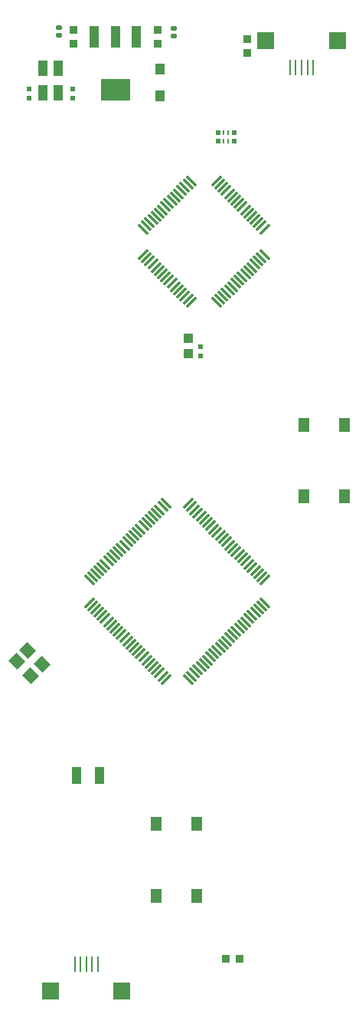
<source format=gtp>
G04*
G04 #@! TF.GenerationSoftware,Altium Limited,Altium Designer,21.1.1 (26)*
G04*
G04 Layer_Color=8421504*
%FSAX44Y44*%
%MOMM*%
G71*
G04*
G04 #@! TF.SameCoordinates,7C830176-F0F4-4CA8-9266-6C2C436D825E*
G04*
G04*
G04 #@! TF.FilePolarity,Positive*
G04*
G01*
G75*
G04:AMPARAMS|DCode=20|XSize=1.2mm|YSize=1.4mm|CornerRadius=0mm|HoleSize=0mm|Usage=FLASHONLY|Rotation=45.000|XOffset=0mm|YOffset=0mm|HoleType=Round|Shape=Rectangle|*
%AMROTATEDRECTD20*
4,1,4,0.0707,-0.9192,-0.9192,0.0707,-0.0707,0.9192,0.9192,-0.0707,0.0707,-0.9192,0.0*
%
%ADD20ROTATEDRECTD20*%

%ADD21R,1.1000X1.9000*%
%ADD22R,1.3000X1.5500*%
%ADD23R,0.8900X0.9300*%
%ADD24R,0.5250X0.5000*%
%ADD25R,0.2500X0.5000*%
%ADD26R,1.9000X1.9000*%
%ADD27R,0.2540X1.7780*%
%ADD28R,0.5000X0.4750*%
%ADD29R,1.0500X1.7000*%
G04:AMPARAMS|DCode=30|XSize=0.6mm|YSize=0.54mm|CornerRadius=0.1431mm|HoleSize=0mm|Usage=FLASHONLY|Rotation=0.000|XOffset=0mm|YOffset=0mm|HoleType=Round|Shape=RoundedRectangle|*
%AMROUNDEDRECTD30*
21,1,0.6000,0.2538,0,0,0.0*
21,1,0.3138,0.5400,0,0,0.0*
1,1,0.2862,0.1569,-0.1269*
1,1,0.2862,-0.1569,-0.1269*
1,1,0.2862,-0.1569,0.1269*
1,1,0.2862,0.1569,0.1269*
%
%ADD30ROUNDEDRECTD30*%
%ADD31R,0.9300X0.8900*%
%ADD32R,3.3000X2.4000*%
%ADD33R,1.0000X2.4000*%
%ADD34R,1.1200X1.2400*%
G04:AMPARAMS|DCode=35|XSize=1.475mm|YSize=0.3mm|CornerRadius=0mm|HoleSize=0mm|Usage=FLASHONLY|Rotation=135.000|XOffset=0mm|YOffset=0mm|HoleType=Round|Shape=Rectangle|*
%AMROTATEDRECTD35*
4,1,4,0.6276,-0.4154,0.4154,-0.6276,-0.6276,0.4154,-0.4154,0.6276,0.6276,-0.4154,0.0*
%
%ADD35ROTATEDRECTD35*%

G04:AMPARAMS|DCode=36|XSize=1.475mm|YSize=0.3mm|CornerRadius=0mm|HoleSize=0mm|Usage=FLASHONLY|Rotation=225.000|XOffset=0mm|YOffset=0mm|HoleType=Round|Shape=Rectangle|*
%AMROTATEDRECTD36*
4,1,4,0.4154,0.6276,0.6276,0.4154,-0.4154,-0.6276,-0.6276,-0.4154,0.4154,0.6276,0.0*
%
%ADD36ROTATEDRECTD36*%

%ADD37R,1.0000X1.1000*%
D20*
X00342430Y00793108D02*
D03*
X00326873Y00808664D02*
D03*
X00338894Y00820685D02*
D03*
X00354450Y00805129D02*
D03*
D21*
X00418022Y00683005D02*
D03*
X00393022D02*
D03*
D22*
X00526230Y00550038D02*
D03*
Y00629538D02*
D03*
X00481230Y00550038D02*
D03*
Y00629538D02*
D03*
X00644552Y01069974D02*
D03*
Y00990474D02*
D03*
X00689552Y01069974D02*
D03*
Y00990474D02*
D03*
D23*
X00557578Y00480568D02*
D03*
X00572898D02*
D03*
D24*
X00567210Y01391776D02*
D03*
X00549450Y01391776D02*
D03*
Y01382776D02*
D03*
X00567210D02*
D03*
D25*
X00560830Y01391776D02*
D03*
X00555830D02*
D03*
Y01382776D02*
D03*
X00560830D02*
D03*
D26*
X00364119Y00444754D02*
D03*
X00443119D02*
D03*
X00681420Y01493660D02*
D03*
X00602420D02*
D03*
D27*
X00390919Y00474432D02*
D03*
X00397119D02*
D03*
X00403619D02*
D03*
X00410119Y00474432D02*
D03*
X00416619Y00474432D02*
D03*
X00654620Y01463982D02*
D03*
X00648420Y01463982D02*
D03*
X00641920D02*
D03*
X00635420Y01463982D02*
D03*
X00628920D02*
D03*
D28*
X00530318Y01145551D02*
D03*
Y01155791D02*
D03*
X00389001Y01440321D02*
D03*
Y01430081D02*
D03*
X00340119Y01440321D02*
D03*
Y01430081D02*
D03*
D29*
X00355912Y01463116D02*
D03*
Y01436116D02*
D03*
X00372412Y01463116D02*
D03*
Y01436116D02*
D03*
D30*
X00373682Y01499634D02*
D03*
Y01508234D02*
D03*
X00500428Y01498872D02*
D03*
Y01507472D02*
D03*
D31*
X00389274Y01490148D02*
D03*
X00389274Y01505468D02*
D03*
X00482902Y01490402D02*
D03*
X00482902Y01505722D02*
D03*
X00581962Y01480312D02*
D03*
Y01495632D02*
D03*
D32*
X00435717Y01439918D02*
D03*
D33*
X00458717Y01497918D02*
D03*
X00435717Y01497918D02*
D03*
X00412717Y01497918D02*
D03*
D34*
X00485509Y01432800D02*
D03*
Y01462800D02*
D03*
D35*
X00519645Y01338864D02*
D03*
X00516109Y01335329D02*
D03*
X00512573Y01331793D02*
D03*
X00509038Y01328258D02*
D03*
X00505502Y01324722D02*
D03*
X00501967Y01321187D02*
D03*
X00498431Y01317651D02*
D03*
X00494896Y01314116D02*
D03*
X00491360Y01310580D02*
D03*
X00487825Y01307045D02*
D03*
X00484289Y01303509D02*
D03*
X00480754Y01299973D02*
D03*
X00477218Y01296438D02*
D03*
X00473683Y01292902D02*
D03*
X00470147Y01289367D02*
D03*
X00466612Y01285831D02*
D03*
X00547759Y01204684D02*
D03*
X00551295Y01208219D02*
D03*
X00554830Y01211755D02*
D03*
X00558366Y01215290D02*
D03*
X00561901Y01218826D02*
D03*
X00565437Y01222361D02*
D03*
X00568972Y01225897D02*
D03*
X00572508Y01229433D02*
D03*
X00576043Y01232968D02*
D03*
X00579579Y01236504D02*
D03*
X00583114Y01240039D02*
D03*
X00586650Y01243575D02*
D03*
X00590186Y01247110D02*
D03*
X00593721Y01250646D02*
D03*
X00597257Y01254181D02*
D03*
X00600792Y01257717D02*
D03*
X00406932Y00898159D02*
D03*
X00410468Y00901695D02*
D03*
X00414003Y00905230D02*
D03*
X00417539Y00908766D02*
D03*
X00421075Y00912301D02*
D03*
X00424610Y00915837D02*
D03*
X00428146Y00919373D02*
D03*
X00431681Y00922908D02*
D03*
X00435217Y00926444D02*
D03*
X00438752Y00929979D02*
D03*
X00442288Y00933515D02*
D03*
X00445823Y00937050D02*
D03*
X00449359Y00940586D02*
D03*
X00452894Y00944121D02*
D03*
X00456430Y00947657D02*
D03*
X00459966Y00951192D02*
D03*
X00463501Y00954728D02*
D03*
X00467037Y00958263D02*
D03*
X00470572Y00961799D02*
D03*
X00474108Y00965334D02*
D03*
X00477643Y00968870D02*
D03*
X00481179Y00972406D02*
D03*
X00484714Y00975941D02*
D03*
X00488250Y00979477D02*
D03*
X00491785Y00983012D02*
D03*
X00601217Y00873580D02*
D03*
X00597682Y00870045D02*
D03*
X00594146Y00866509D02*
D03*
X00590611Y00862974D02*
D03*
X00587075Y00859438D02*
D03*
X00583540Y00855903D02*
D03*
X00580004Y00852367D02*
D03*
X00576468Y00848832D02*
D03*
X00572933Y00845296D02*
D03*
X00569397Y00841760D02*
D03*
X00565862Y00838225D02*
D03*
X00562326Y00834689D02*
D03*
X00558791Y00831154D02*
D03*
X00555255Y00827618D02*
D03*
X00551720Y00824083D02*
D03*
X00548184Y00820547D02*
D03*
X00544649Y00817012D02*
D03*
X00541113Y00813476D02*
D03*
X00537578Y00809941D02*
D03*
X00534042Y00806405D02*
D03*
X00530507Y00802870D02*
D03*
X00526971Y00799334D02*
D03*
X00523435Y00795799D02*
D03*
X00519900Y00792263D02*
D03*
X00516364Y00788727D02*
D03*
D36*
X00466612Y01257717D02*
D03*
X00470147Y01254181D02*
D03*
X00473683Y01250646D02*
D03*
X00477218Y01247110D02*
D03*
X00480754Y01243575D02*
D03*
X00484289Y01240039D02*
D03*
X00487825Y01236504D02*
D03*
X00491360Y01232968D02*
D03*
X00494896Y01229433D02*
D03*
X00498431Y01225897D02*
D03*
X00501967Y01222361D02*
D03*
X00505502Y01218826D02*
D03*
X00509038Y01215290D02*
D03*
X00512573Y01211755D02*
D03*
X00516109Y01208219D02*
D03*
X00519645Y01204684D02*
D03*
X00600792Y01285831D02*
D03*
X00597257Y01289367D02*
D03*
X00593721Y01292902D02*
D03*
X00590186Y01296438D02*
D03*
X00586650Y01299973D02*
D03*
X00583114Y01303509D02*
D03*
X00579579Y01307045D02*
D03*
X00576043Y01310580D02*
D03*
X00572508Y01314116D02*
D03*
X00568972Y01317651D02*
D03*
X00565437Y01321187D02*
D03*
X00561901Y01324722D02*
D03*
X00558366Y01328258D02*
D03*
X00554830Y01331793D02*
D03*
X00551295Y01335329D02*
D03*
X00547759Y01338864D02*
D03*
X00491785Y00788727D02*
D03*
X00488250Y00792263D02*
D03*
X00484714Y00795799D02*
D03*
X00481179Y00799334D02*
D03*
X00477643Y00802870D02*
D03*
X00474108Y00806405D02*
D03*
X00470572Y00809941D02*
D03*
X00467037Y00813476D02*
D03*
X00463501Y00817012D02*
D03*
X00459966Y00820547D02*
D03*
X00456430Y00824083D02*
D03*
X00452894Y00827618D02*
D03*
X00449359Y00831154D02*
D03*
X00445823Y00834689D02*
D03*
X00442288Y00838225D02*
D03*
X00438752Y00841760D02*
D03*
X00435217Y00845296D02*
D03*
X00431681Y00848832D02*
D03*
X00428146Y00852367D02*
D03*
X00424610Y00855903D02*
D03*
X00421075Y00859438D02*
D03*
X00417539Y00862974D02*
D03*
X00414003Y00866509D02*
D03*
X00410468Y00870045D02*
D03*
X00406932Y00873580D02*
D03*
X00516364Y00983012D02*
D03*
X00519900Y00979477D02*
D03*
X00523435Y00975941D02*
D03*
X00526971Y00972406D02*
D03*
X00530507Y00968870D02*
D03*
X00534042Y00965334D02*
D03*
X00537578Y00961799D02*
D03*
X00541113Y00958263D02*
D03*
X00544649Y00954728D02*
D03*
X00548184Y00951192D02*
D03*
X00551720Y00947657D02*
D03*
X00555255Y00944121D02*
D03*
X00558791Y00940586D02*
D03*
X00562326Y00937050D02*
D03*
X00565862Y00933515D02*
D03*
X00569397Y00929979D02*
D03*
X00572933Y00926444D02*
D03*
X00576468Y00922908D02*
D03*
X00580004Y00919373D02*
D03*
X00583540Y00915837D02*
D03*
X00587075Y00912301D02*
D03*
X00590611Y00908766D02*
D03*
X00594146Y00905230D02*
D03*
X00597682Y00901695D02*
D03*
X00601217Y00898159D02*
D03*
D37*
X00516510Y01148676D02*
D03*
Y01165676D02*
D03*
M02*

</source>
